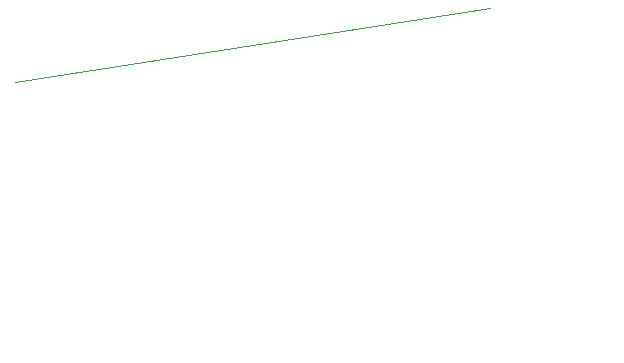
<source format=gbl>
From 4101815b2fac78be67c1cd8d8c6520d41dcac7cf Mon Sep 17 00:00:00 2001
From: jaseg <git@jaseg.de>
Date: Sun, 23 Jan 2022 21:19:51 +0100
Subject: Fix more bugs

---
 gerbonara/gerber/tests/resources/fritzing/combined.gbl | 9 +++++----
 1 file changed, 5 insertions(+), 4 deletions(-)

(limited to 'gerbonara/gerber/tests/resources/fritzing/combined.gbl')

diff --git a/gerbonara/gerber/tests/resources/fritzing/combined.gbl b/gerbonara/gerber/tests/resources/fritzing/combined.gbl
index ad7ca19..13b6118 100644
--- a/gerbonara/gerber/tests/resources/fritzing/combined.gbl
+++ b/gerbonara/gerber/tests/resources/fritzing/combined.gbl
@@ -1,3 +1,4 @@
+G04 file manually fixed for GerberTools #86 / #143*
 %MOIN*%
 %OFA0B0*%
 %FSLAX23Y23*%
@@ -8487,7 +8488,7 @@ G04 DOUBLE SIDED*
 G04 HOLES PLATED*
 G04 CONTOUR ON CENTER OF CONTOUR VECTOR*
 G90*
-G04 skipping 70
+G04 skipping 70*
 D29*
 X01338Y00039D02*
 X01444Y01876D03*
@@ -16936,7 +16937,7 @@ G04 DOUBLE SIDED*
 G04 HOLES PLATED*
 G04 CONTOUR ON CENTER OF CONTOUR VECTOR*
 G90*
-G04 skipping 70
+G04 skipping 70*
 D38*
 X02637Y00039D02*
 X02743Y01876D03*
@@ -25385,7 +25386,7 @@ G04 DOUBLE SIDED*
 G04 HOLES PLATED*
 G04 CONTOUR ON CENTER OF CONTOUR VECTOR*
 G90*
-G04 skipping 70
+G04 skipping 70*
 D47*
 X02598Y02677D02*
 X00761Y02783D03*
@@ -33827,4 +33828,4 @@ X02345Y03029D01*
 G37*
 D02*
 G04 End of Copper0*
-M02*
\ No newline at end of file
+M02*
-- 
cgit 


</source>
